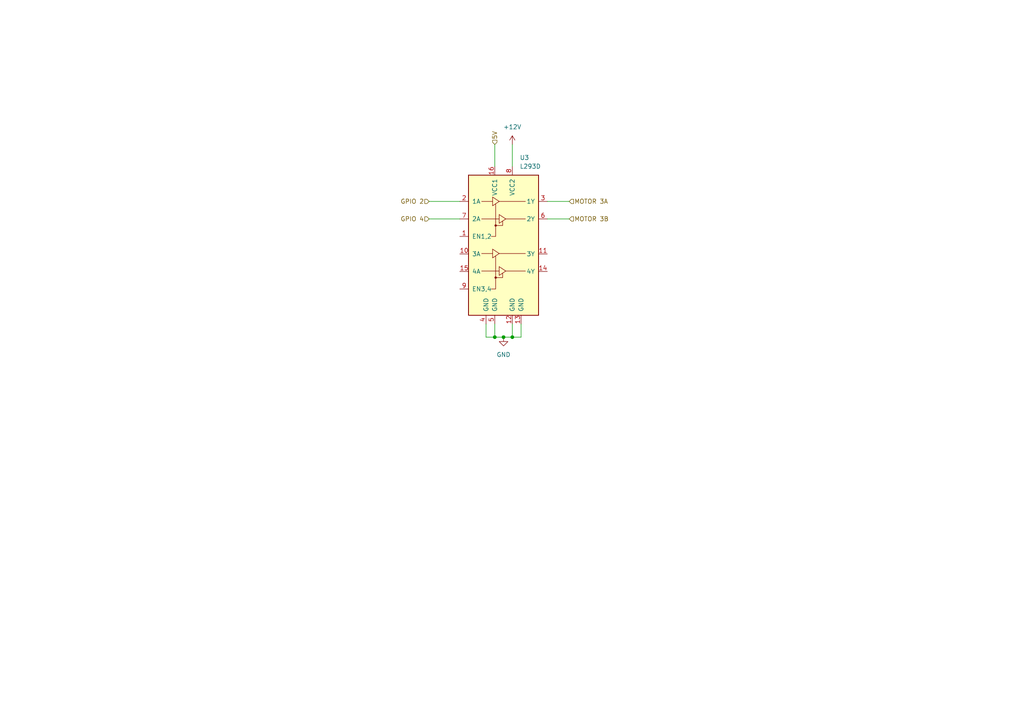
<source format=kicad_sch>
(kicad_sch
	(version 20250114)
	(generator "eeschema")
	(generator_version "9.0")
	(uuid "b3a0b6e7-d17d-4611-a4f3-8daa80c027e4")
	(paper "A4")
	(lib_symbols
		(symbol "Driver_Motor:L293D"
			(pin_names
				(offset 1.016)
			)
			(exclude_from_sim no)
			(in_bom yes)
			(on_board yes)
			(property "Reference" "U"
				(at -5.08 26.035 0)
				(effects
					(font
						(size 1.27 1.27)
					)
					(justify right)
				)
			)
			(property "Value" "L293D"
				(at -5.08 24.13 0)
				(effects
					(font
						(size 1.27 1.27)
					)
					(justify right)
				)
			)
			(property "Footprint" "Package_DIP:DIP-16_W7.62mm"
				(at 6.35 -19.05 0)
				(effects
					(font
						(size 1.27 1.27)
					)
					(justify left)
					(hide yes)
				)
			)
			(property "Datasheet" "http://www.ti.com/lit/ds/symlink/l293.pdf"
				(at -7.62 17.78 0)
				(effects
					(font
						(size 1.27 1.27)
					)
					(hide yes)
				)
			)
			(property "Description" "Quadruple Half-H Drivers"
				(at 0 0 0)
				(effects
					(font
						(size 1.27 1.27)
					)
					(hide yes)
				)
			)
			(property "ki_keywords" "Half-H Driver Motor"
				(at 0 0 0)
				(effects
					(font
						(size 1.27 1.27)
					)
					(hide yes)
				)
			)
			(property "ki_fp_filters" "DIP*W7.62mm*"
				(at 0 0 0)
				(effects
					(font
						(size 1.27 1.27)
					)
					(hide yes)
				)
			)
			(symbol "L293D_0_1"
				(rectangle
					(start -10.16 22.86)
					(end 10.16 -17.78)
					(stroke
						(width 0.254)
						(type default)
					)
					(fill
						(type background)
					)
				)
				(polyline
					(pts
						(xy -6.35 15.24) (xy -3.175 15.24)
					)
					(stroke
						(width 0)
						(type default)
					)
					(fill
						(type none)
					)
				)
				(polyline
					(pts
						(xy -6.35 10.16) (xy -1.27 10.16)
					)
					(stroke
						(width 0)
						(type default)
					)
					(fill
						(type none)
					)
				)
				(polyline
					(pts
						(xy -6.35 0.127) (xy -3.175 0.127)
					)
					(stroke
						(width 0)
						(type default)
					)
					(fill
						(type none)
					)
				)
				(polyline
					(pts
						(xy -6.35 -4.953) (xy -1.27 -4.953)
					)
					(stroke
						(width 0)
						(type default)
					)
					(fill
						(type none)
					)
				)
				(polyline
					(pts
						(xy -3.175 16.51) (xy -3.175 13.97) (xy -1.27 15.24) (xy -3.175 16.51)
					)
					(stroke
						(width 0)
						(type default)
					)
					(fill
						(type none)
					)
				)
				(polyline
					(pts
						(xy -3.175 1.397) (xy -3.175 -1.143) (xy -1.27 0.127) (xy -3.175 1.397)
					)
					(stroke
						(width 0)
						(type default)
					)
					(fill
						(type none)
					)
				)
				(polyline
					(pts
						(xy -2.286 14.478) (xy -2.286 5.08) (xy -3.556 5.08)
					)
					(stroke
						(width 0)
						(type default)
					)
					(fill
						(type none)
					)
				)
				(circle
					(center -2.286 8.255)
					(radius 0.254)
					(stroke
						(width 0)
						(type default)
					)
					(fill
						(type outline)
					)
				)
				(polyline
					(pts
						(xy -2.286 8.255) (xy -0.254 8.255) (xy -0.254 9.525)
					)
					(stroke
						(width 0)
						(type default)
					)
					(fill
						(type none)
					)
				)
				(polyline
					(pts
						(xy -2.286 -0.635) (xy -2.286 -10.16) (xy -3.556 -10.16)
					)
					(stroke
						(width 0)
						(type default)
					)
					(fill
						(type none)
					)
				)
				(circle
					(center -2.286 -6.858)
					(radius 0.254)
					(stroke
						(width 0)
						(type default)
					)
					(fill
						(type outline)
					)
				)
				(polyline
					(pts
						(xy -2.286 -6.858) (xy -0.254 -6.858) (xy -0.254 -5.588)
					)
					(stroke
						(width 0)
						(type default)
					)
					(fill
						(type none)
					)
				)
				(polyline
					(pts
						(xy -1.27 15.24) (xy 6.35 15.24)
					)
					(stroke
						(width 0)
						(type default)
					)
					(fill
						(type none)
					)
				)
				(polyline
					(pts
						(xy -1.27 11.43) (xy -1.27 8.89) (xy 0.635 10.16) (xy -1.27 11.43)
					)
					(stroke
						(width 0)
						(type default)
					)
					(fill
						(type none)
					)
				)
				(polyline
					(pts
						(xy -1.27 0.127) (xy 6.35 0.127)
					)
					(stroke
						(width 0)
						(type default)
					)
					(fill
						(type none)
					)
				)
				(polyline
					(pts
						(xy -1.27 -3.683) (xy -1.27 -6.223) (xy 0.635 -4.953) (xy -1.27 -3.683)
					)
					(stroke
						(width 0)
						(type default)
					)
					(fill
						(type none)
					)
				)
				(polyline
					(pts
						(xy 0.635 10.16) (xy 6.35 10.16)
					)
					(stroke
						(width 0)
						(type default)
					)
					(fill
						(type none)
					)
				)
				(polyline
					(pts
						(xy 0.635 -4.953) (xy 6.35 -4.953)
					)
					(stroke
						(width 0)
						(type default)
					)
					(fill
						(type none)
					)
				)
			)
			(symbol "L293D_1_1"
				(pin input line
					(at -12.7 15.24 0)
					(length 2.54)
					(name "1A"
						(effects
							(font
								(size 1.27 1.27)
							)
						)
					)
					(number "2"
						(effects
							(font
								(size 1.27 1.27)
							)
						)
					)
				)
				(pin input line
					(at -12.7 10.16 0)
					(length 2.54)
					(name "2A"
						(effects
							(font
								(size 1.27 1.27)
							)
						)
					)
					(number "7"
						(effects
							(font
								(size 1.27 1.27)
							)
						)
					)
				)
				(pin input line
					(at -12.7 5.08 0)
					(length 2.54)
					(name "EN1,2"
						(effects
							(font
								(size 1.27 1.27)
							)
						)
					)
					(number "1"
						(effects
							(font
								(size 1.27 1.27)
							)
						)
					)
				)
				(pin input line
					(at -12.7 0 0)
					(length 2.54)
					(name "3A"
						(effects
							(font
								(size 1.27 1.27)
							)
						)
					)
					(number "10"
						(effects
							(font
								(size 1.27 1.27)
							)
						)
					)
				)
				(pin input line
					(at -12.7 -5.08 0)
					(length 2.54)
					(name "4A"
						(effects
							(font
								(size 1.27 1.27)
							)
						)
					)
					(number "15"
						(effects
							(font
								(size 1.27 1.27)
							)
						)
					)
				)
				(pin input line
					(at -12.7 -10.16 0)
					(length 2.54)
					(name "EN3,4"
						(effects
							(font
								(size 1.27 1.27)
							)
						)
					)
					(number "9"
						(effects
							(font
								(size 1.27 1.27)
							)
						)
					)
				)
				(pin power_in line
					(at -5.08 -20.32 90)
					(length 2.54)
					(name "GND"
						(effects
							(font
								(size 1.27 1.27)
							)
						)
					)
					(number "4"
						(effects
							(font
								(size 1.27 1.27)
							)
						)
					)
				)
				(pin power_in line
					(at -2.54 25.4 270)
					(length 2.54)
					(name "VCC1"
						(effects
							(font
								(size 1.27 1.27)
							)
						)
					)
					(number "16"
						(effects
							(font
								(size 1.27 1.27)
							)
						)
					)
				)
				(pin power_in line
					(at -2.54 -20.32 90)
					(length 2.54)
					(name "GND"
						(effects
							(font
								(size 1.27 1.27)
							)
						)
					)
					(number "5"
						(effects
							(font
								(size 1.27 1.27)
							)
						)
					)
				)
				(pin power_in line
					(at 2.54 25.4 270)
					(length 2.54)
					(name "VCC2"
						(effects
							(font
								(size 1.27 1.27)
							)
						)
					)
					(number "8"
						(effects
							(font
								(size 1.27 1.27)
							)
						)
					)
				)
				(pin power_in line
					(at 2.54 -20.32 90)
					(length 2.54)
					(name "GND"
						(effects
							(font
								(size 1.27 1.27)
							)
						)
					)
					(number "12"
						(effects
							(font
								(size 1.27 1.27)
							)
						)
					)
				)
				(pin power_in line
					(at 5.08 -20.32 90)
					(length 2.54)
					(name "GND"
						(effects
							(font
								(size 1.27 1.27)
							)
						)
					)
					(number "13"
						(effects
							(font
								(size 1.27 1.27)
							)
						)
					)
				)
				(pin output line
					(at 12.7 15.24 180)
					(length 2.54)
					(name "1Y"
						(effects
							(font
								(size 1.27 1.27)
							)
						)
					)
					(number "3"
						(effects
							(font
								(size 1.27 1.27)
							)
						)
					)
				)
				(pin output line
					(at 12.7 10.16 180)
					(length 2.54)
					(name "2Y"
						(effects
							(font
								(size 1.27 1.27)
							)
						)
					)
					(number "6"
						(effects
							(font
								(size 1.27 1.27)
							)
						)
					)
				)
				(pin output line
					(at 12.7 0 180)
					(length 2.54)
					(name "3Y"
						(effects
							(font
								(size 1.27 1.27)
							)
						)
					)
					(number "11"
						(effects
							(font
								(size 1.27 1.27)
							)
						)
					)
				)
				(pin output line
					(at 12.7 -5.08 180)
					(length 2.54)
					(name "4Y"
						(effects
							(font
								(size 1.27 1.27)
							)
						)
					)
					(number "14"
						(effects
							(font
								(size 1.27 1.27)
							)
						)
					)
				)
			)
			(embedded_fonts no)
		)
		(symbol "power:+12V"
			(power)
			(pin_numbers
				(hide yes)
			)
			(pin_names
				(offset 0)
				(hide yes)
			)
			(exclude_from_sim no)
			(in_bom yes)
			(on_board yes)
			(property "Reference" "#PWR"
				(at 0 -3.81 0)
				(effects
					(font
						(size 1.27 1.27)
					)
					(hide yes)
				)
			)
			(property "Value" "+12V"
				(at 0 3.556 0)
				(effects
					(font
						(size 1.27 1.27)
					)
				)
			)
			(property "Footprint" ""
				(at 0 0 0)
				(effects
					(font
						(size 1.27 1.27)
					)
					(hide yes)
				)
			)
			(property "Datasheet" ""
				(at 0 0 0)
				(effects
					(font
						(size 1.27 1.27)
					)
					(hide yes)
				)
			)
			(property "Description" "Power symbol creates a global label with name \"+12V\""
				(at 0 0 0)
				(effects
					(font
						(size 1.27 1.27)
					)
					(hide yes)
				)
			)
			(property "ki_keywords" "global power"
				(at 0 0 0)
				(effects
					(font
						(size 1.27 1.27)
					)
					(hide yes)
				)
			)
			(symbol "+12V_0_1"
				(polyline
					(pts
						(xy -0.762 1.27) (xy 0 2.54)
					)
					(stroke
						(width 0)
						(type default)
					)
					(fill
						(type none)
					)
				)
				(polyline
					(pts
						(xy 0 2.54) (xy 0.762 1.27)
					)
					(stroke
						(width 0)
						(type default)
					)
					(fill
						(type none)
					)
				)
				(polyline
					(pts
						(xy 0 0) (xy 0 2.54)
					)
					(stroke
						(width 0)
						(type default)
					)
					(fill
						(type none)
					)
				)
			)
			(symbol "+12V_1_1"
				(pin power_in line
					(at 0 0 90)
					(length 0)
					(name "~"
						(effects
							(font
								(size 1.27 1.27)
							)
						)
					)
					(number "1"
						(effects
							(font
								(size 1.27 1.27)
							)
						)
					)
				)
			)
			(embedded_fonts no)
		)
		(symbol "power:GND"
			(power)
			(pin_numbers
				(hide yes)
			)
			(pin_names
				(offset 0)
				(hide yes)
			)
			(exclude_from_sim no)
			(in_bom yes)
			(on_board yes)
			(property "Reference" "#PWR"
				(at 0 -6.35 0)
				(effects
					(font
						(size 1.27 1.27)
					)
					(hide yes)
				)
			)
			(property "Value" "GND"
				(at 0 -3.81 0)
				(effects
					(font
						(size 1.27 1.27)
					)
				)
			)
			(property "Footprint" ""
				(at 0 0 0)
				(effects
					(font
						(size 1.27 1.27)
					)
					(hide yes)
				)
			)
			(property "Datasheet" ""
				(at 0 0 0)
				(effects
					(font
						(size 1.27 1.27)
					)
					(hide yes)
				)
			)
			(property "Description" "Power symbol creates a global label with name \"GND\" , ground"
				(at 0 0 0)
				(effects
					(font
						(size 1.27 1.27)
					)
					(hide yes)
				)
			)
			(property "ki_keywords" "global power"
				(at 0 0 0)
				(effects
					(font
						(size 1.27 1.27)
					)
					(hide yes)
				)
			)
			(symbol "GND_0_1"
				(polyline
					(pts
						(xy 0 0) (xy 0 -1.27) (xy 1.27 -1.27) (xy 0 -2.54) (xy -1.27 -1.27) (xy 0 -1.27)
					)
					(stroke
						(width 0)
						(type default)
					)
					(fill
						(type none)
					)
				)
			)
			(symbol "GND_1_1"
				(pin power_in line
					(at 0 0 270)
					(length 0)
					(name "~"
						(effects
							(font
								(size 1.27 1.27)
							)
						)
					)
					(number "1"
						(effects
							(font
								(size 1.27 1.27)
							)
						)
					)
				)
			)
			(embedded_fonts no)
		)
	)
	(junction
		(at 148.59 97.79)
		(diameter 0)
		(color 0 0 0 0)
		(uuid "2a1e3971-6bb5-45b7-ab6e-d1ef385ebf3a")
	)
	(junction
		(at 146.05 97.79)
		(diameter 0)
		(color 0 0 0 0)
		(uuid "82656df9-f8f7-4062-bab7-a7476106e096")
	)
	(junction
		(at 143.51 97.79)
		(diameter 0)
		(color 0 0 0 0)
		(uuid "d3ae3a15-e407-4233-9da3-7a67bdccd0db")
	)
	(wire
		(pts
			(xy 140.97 97.79) (xy 143.51 97.79)
		)
		(stroke
			(width 0)
			(type default)
		)
		(uuid "0e113758-f557-413e-a4f2-39936df6e8a7")
	)
	(wire
		(pts
			(xy 146.05 97.79) (xy 148.59 97.79)
		)
		(stroke
			(width 0)
			(type default)
		)
		(uuid "1135d98b-f0c9-40e8-ae9e-af7c91756ee9")
	)
	(wire
		(pts
			(xy 124.46 58.42) (xy 133.35 58.42)
		)
		(stroke
			(width 0)
			(type default)
		)
		(uuid "14c824fb-aa5c-4f2a-bab4-007ea13b9238")
	)
	(wire
		(pts
			(xy 158.75 63.5) (xy 165.1 63.5)
		)
		(stroke
			(width 0)
			(type default)
		)
		(uuid "268db32d-a3b8-4827-89ef-92e10ce59b07")
	)
	(wire
		(pts
			(xy 148.59 41.91) (xy 148.59 48.26)
		)
		(stroke
			(width 0)
			(type default)
		)
		(uuid "5f4d2153-29aa-45c0-87d2-43f11e88fb63")
	)
	(wire
		(pts
			(xy 148.59 93.98) (xy 148.59 97.79)
		)
		(stroke
			(width 0)
			(type default)
		)
		(uuid "8b9d26d8-cc0c-41b1-9699-963e5996c92a")
	)
	(wire
		(pts
			(xy 143.51 93.98) (xy 143.51 97.79)
		)
		(stroke
			(width 0)
			(type default)
		)
		(uuid "8e37d786-fc81-480b-aba2-801a2d8da781")
	)
	(wire
		(pts
			(xy 148.59 97.79) (xy 151.13 97.79)
		)
		(stroke
			(width 0)
			(type default)
		)
		(uuid "a9557163-0e7e-48be-ba41-09a42955ca63")
	)
	(wire
		(pts
			(xy 143.51 41.91) (xy 143.51 48.26)
		)
		(stroke
			(width 0)
			(type default)
		)
		(uuid "af569ecd-146b-45f6-bd2a-a056a8942fb3")
	)
	(wire
		(pts
			(xy 140.97 93.98) (xy 140.97 97.79)
		)
		(stroke
			(width 0)
			(type default)
		)
		(uuid "bcf6d536-e8ec-41bf-8ce9-b1e69b0d6175")
	)
	(wire
		(pts
			(xy 124.46 63.5) (xy 133.35 63.5)
		)
		(stroke
			(width 0)
			(type default)
		)
		(uuid "cbba42d1-a129-430c-a9c2-047f29404069")
	)
	(wire
		(pts
			(xy 151.13 93.98) (xy 151.13 97.79)
		)
		(stroke
			(width 0)
			(type default)
		)
		(uuid "d279bb0a-8661-48ca-82ce-70945ec09126")
	)
	(wire
		(pts
			(xy 158.75 58.42) (xy 165.1 58.42)
		)
		(stroke
			(width 0)
			(type default)
		)
		(uuid "ef843d10-0257-48b3-b1cf-042d0ab393db")
	)
	(wire
		(pts
			(xy 143.51 97.79) (xy 146.05 97.79)
		)
		(stroke
			(width 0)
			(type default)
		)
		(uuid "fef80414-7c83-4798-9b40-d61b9a1013f8")
	)
	(hierarchical_label "GPIO 4"
		(shape input)
		(at 124.46 63.5 180)
		(effects
			(font
				(size 1.27 1.27)
			)
			(justify right)
		)
		(uuid "4ef8d3ae-1d73-4b31-b605-6d84bf5858e6")
	)
	(hierarchical_label "MOTOR 3B"
		(shape input)
		(at 165.1 63.5 0)
		(effects
			(font
				(size 1.27 1.27)
			)
			(justify left)
		)
		(uuid "ad1a46ed-5841-46c2-918f-f15ce0306f4b")
	)
	(hierarchical_label "MOTOR 3A"
		(shape input)
		(at 165.1 58.42 0)
		(effects
			(font
				(size 1.27 1.27)
			)
			(justify left)
		)
		(uuid "c09b8a35-08b7-4c29-9ae4-632724cdd975")
	)
	(hierarchical_label "5V"
		(shape input)
		(at 143.51 41.91 90)
		(effects
			(font
				(size 1.27 1.27)
			)
			(justify left)
		)
		(uuid "f0113c1b-2cac-41cc-8cce-37f438be5f31")
	)
	(hierarchical_label "GPIO 2"
		(shape input)
		(at 124.46 58.42 180)
		(effects
			(font
				(size 1.27 1.27)
			)
			(justify right)
		)
		(uuid "f02fff34-c40a-42a2-bee3-746d16e5e3a8")
	)
	(symbol
		(lib_id "Driver_Motor:L293D")
		(at 146.05 73.66 0)
		(unit 1)
		(exclude_from_sim no)
		(in_bom yes)
		(on_board yes)
		(dnp no)
		(fields_autoplaced yes)
		(uuid "08b2058b-dc01-4218-b486-5f8384e45775")
		(property "Reference" "U3"
			(at 150.7333 45.72 0)
			(effects
				(font
					(size 1.27 1.27)
				)
				(justify left)
			)
		)
		(property "Value" "L293D"
			(at 150.7333 48.26 0)
			(effects
				(font
					(size 1.27 1.27)
				)
				(justify left)
			)
		)
		(property "Footprint" "Package_DIP:DIP-16_W7.62mm"
			(at 152.4 92.71 0)
			(effects
				(font
					(size 1.27 1.27)
				)
				(justify left)
				(hide yes)
			)
		)
		(property "Datasheet" "http://www.ti.com/lit/ds/symlink/l293.pdf"
			(at 138.43 55.88 0)
			(effects
				(font
					(size 1.27 1.27)
				)
				(hide yes)
			)
		)
		(property "Description" "Quadruple Half-H Drivers"
			(at 146.05 73.66 0)
			(effects
				(font
					(size 1.27 1.27)
				)
				(hide yes)
			)
		)
		(pin "16"
			(uuid "25549fc1-bddf-4a34-8305-28ebeae6d3a7")
		)
		(pin "12"
			(uuid "6c9c8d82-5472-40a7-8d10-9e2eb4fd5baf")
		)
		(pin "7"
			(uuid "e8940712-5c14-4285-ae34-ac62a55c0da3")
		)
		(pin "9"
			(uuid "a2c47d52-8d10-4df6-9fed-d544283e74a6")
		)
		(pin "4"
			(uuid "35664743-2ef8-456c-b063-be2363fed577")
		)
		(pin "15"
			(uuid "e6588ded-6fe9-45ce-bc6f-cc6854dd3ee2")
		)
		(pin "5"
			(uuid "9ddc841d-a334-4229-92d0-0d31eacccbb3")
		)
		(pin "2"
			(uuid "4169ba69-c064-48a8-9492-2633c14dfd02")
		)
		(pin "10"
			(uuid "efc02724-94e2-439f-89ea-41cc2ed9e95a")
		)
		(pin "1"
			(uuid "0d7dd01a-5dd6-4291-a99a-b7c590e1bbe8")
		)
		(pin "8"
			(uuid "39f2fa55-304d-4e12-9389-0b2b10b4627d")
		)
		(pin "3"
			(uuid "16bd2b54-12de-417a-ae8a-d9b9c3c1697d")
		)
		(pin "14"
			(uuid "75c294e9-6bf4-4335-bd01-b3cbb239483e")
		)
		(pin "13"
			(uuid "511e959c-aef4-4147-b102-c1cfde7be567")
		)
		(pin "11"
			(uuid "18dc45ef-316f-4d37-87c6-4978117d9534")
		)
		(pin "6"
			(uuid "310e819f-8bab-452d-8f9f-eb65069536d1")
		)
		(instances
			(project ""
				(path "/02e45749-4030-483e-a965-510a49dc6379/9bd63853-ef46-4eea-b157-bc487cd7a735/c886c5b8-5405-4c4a-81c8-127209143581"
					(reference "U3")
					(unit 1)
				)
			)
		)
	)
	(symbol
		(lib_id "power:+12V")
		(at 148.59 41.91 0)
		(unit 1)
		(exclude_from_sim no)
		(in_bom yes)
		(on_board yes)
		(dnp no)
		(fields_autoplaced yes)
		(uuid "193eccd4-b4f6-4983-ab02-c6c1535b38f6")
		(property "Reference" "#PWR013"
			(at 148.59 45.72 0)
			(effects
				(font
					(size 1.27 1.27)
				)
				(hide yes)
			)
		)
		(property "Value" "+12V"
			(at 148.59 36.83 0)
			(effects
				(font
					(size 1.27 1.27)
				)
			)
		)
		(property "Footprint" ""
			(at 148.59 41.91 0)
			(effects
				(font
					(size 1.27 1.27)
				)
				(hide yes)
			)
		)
		(property "Datasheet" ""
			(at 148.59 41.91 0)
			(effects
				(font
					(size 1.27 1.27)
				)
				(hide yes)
			)
		)
		(property "Description" "Power symbol creates a global label with name \"+12V\""
			(at 148.59 41.91 0)
			(effects
				(font
					(size 1.27 1.27)
				)
				(hide yes)
			)
		)
		(pin "1"
			(uuid "6c46562f-61f9-41e4-9757-ae91ee3c5a3e")
		)
		(instances
			(project ""
				(path "/02e45749-4030-483e-a965-510a49dc6379/9bd63853-ef46-4eea-b157-bc487cd7a735/c886c5b8-5405-4c4a-81c8-127209143581"
					(reference "#PWR013")
					(unit 1)
				)
			)
		)
	)
	(symbol
		(lib_id "power:GND")
		(at 146.05 97.79 0)
		(unit 1)
		(exclude_from_sim no)
		(in_bom yes)
		(on_board yes)
		(dnp no)
		(fields_autoplaced yes)
		(uuid "5635d4ba-0ad6-4c84-9fd3-26899d7c218e")
		(property "Reference" "#PWR012"
			(at 146.05 104.14 0)
			(effects
				(font
					(size 1.27 1.27)
				)
				(hide yes)
			)
		)
		(property "Value" "GND"
			(at 146.05 102.87 0)
			(effects
				(font
					(size 1.27 1.27)
				)
			)
		)
		(property "Footprint" ""
			(at 146.05 97.79 0)
			(effects
				(font
					(size 1.27 1.27)
				)
				(hide yes)
			)
		)
		(property "Datasheet" ""
			(at 146.05 97.79 0)
			(effects
				(font
					(size 1.27 1.27)
				)
				(hide yes)
			)
		)
		(property "Description" "Power symbol creates a global label with name \"GND\" , ground"
			(at 146.05 97.79 0)
			(effects
				(font
					(size 1.27 1.27)
				)
				(hide yes)
			)
		)
		(pin "1"
			(uuid "1e5fa968-bb40-4459-996e-a5a2e2ad999a")
		)
		(instances
			(project ""
				(path "/02e45749-4030-483e-a965-510a49dc6379/9bd63853-ef46-4eea-b157-bc487cd7a735/c886c5b8-5405-4c4a-81c8-127209143581"
					(reference "#PWR012")
					(unit 1)
				)
			)
		)
	)
)

</source>
